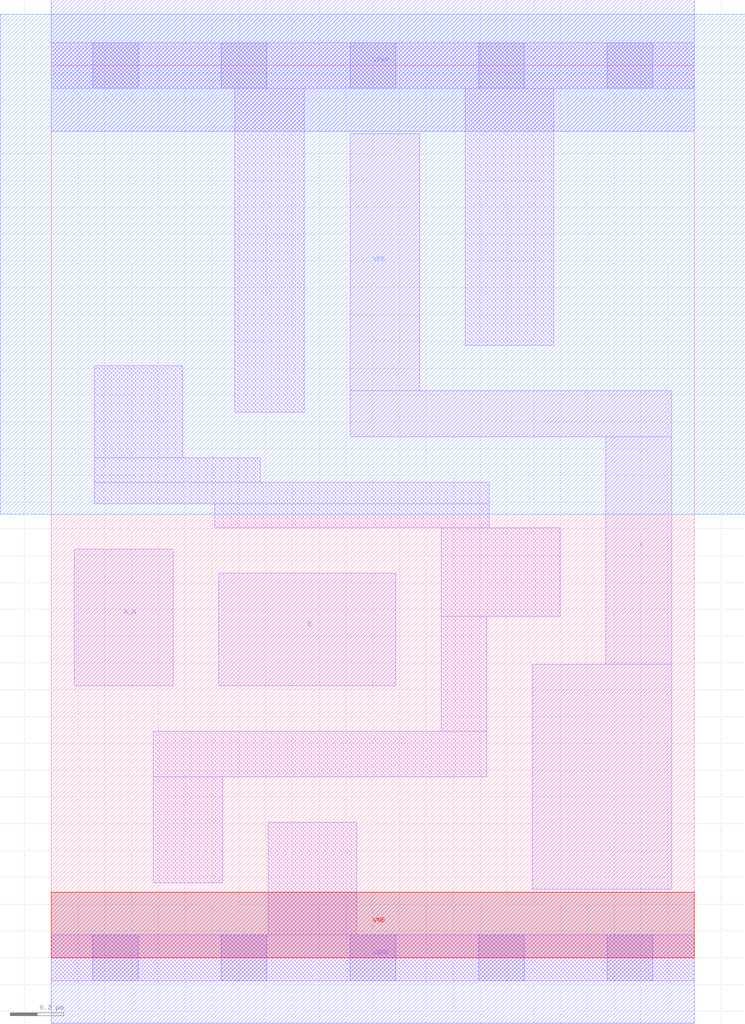
<source format=lef>
# Copyright 2020 The SkyWater PDK Authors
#
# Licensed under the Apache License, Version 2.0 (the "License");
# you may not use this file except in compliance with the License.
# You may obtain a copy of the License at
#
#     https://www.apache.org/licenses/LICENSE-2.0
#
# Unless required by applicable law or agreed to in writing, software
# distributed under the License is distributed on an "AS IS" BASIS,
# WITHOUT WARRANTIES OR CONDITIONS OF ANY KIND, either express or implied.
# See the License for the specific language governing permissions and
# limitations under the License.
#
# SPDX-License-Identifier: Apache-2.0

VERSION 5.7 ;
  NOWIREEXTENSIONATPIN ON ;
  DIVIDERCHAR "/" ;
  BUSBITCHARS "[]" ;
MACRO sky130_fd_sc_lp__nand2b_1
  CLASS CORE ;
  FOREIGN sky130_fd_sc_lp__nand2b_1 ;
  ORIGIN  0.000000  0.000000 ;
  SIZE  2.400000 BY  3.330000 ;
  SYMMETRY X Y R90 ;
  SITE unit ;
  PIN A_N
    ANTENNAGATEAREA  0.126000 ;
    DIRECTION INPUT ;
    USE SIGNAL ;
    PORT
      LAYER li1 ;
        RECT 0.085000 1.015000 0.455000 1.525000 ;
    END
  END A_N
  PIN B
    ANTENNAGATEAREA  0.315000 ;
    DIRECTION INPUT ;
    USE SIGNAL ;
    PORT
      LAYER li1 ;
        RECT 0.625000 1.015000 1.285000 1.435000 ;
    END
  END B
  PIN Y
    ANTENNADIFFAREA  0.638400 ;
    DIRECTION OUTPUT ;
    USE SIGNAL ;
    PORT
      LAYER li1 ;
        RECT 1.115000 1.945000 2.315000 2.115000 ;
        RECT 1.115000 2.115000 1.375000 3.075000 ;
        RECT 1.795000 0.255000 2.315000 1.095000 ;
        RECT 2.070000 1.095000 2.315000 1.945000 ;
    END
  END Y
  PIN VGND
    DIRECTION INOUT ;
    USE GROUND ;
    PORT
      LAYER met1 ;
        RECT 0.000000 -0.245000 2.400000 0.245000 ;
    END
  END VGND
  PIN VNB
    DIRECTION INOUT ;
    USE GROUND ;
    PORT
      LAYER pwell ;
        RECT 0.000000 0.000000 2.400000 0.245000 ;
    END
  END VNB
  PIN VPB
    DIRECTION INOUT ;
    USE POWER ;
    PORT
      LAYER nwell ;
        RECT -0.190000 1.655000 2.590000 3.520000 ;
    END
  END VPB
  PIN VPWR
    DIRECTION INOUT ;
    USE POWER ;
    PORT
      LAYER met1 ;
        RECT 0.000000 3.085000 2.400000 3.575000 ;
    END
  END VPWR
  OBS
    LAYER li1 ;
      RECT 0.000000 -0.085000 2.400000 0.085000 ;
      RECT 0.000000  3.245000 2.400000 3.415000 ;
      RECT 0.160000  1.695000 1.635000 1.775000 ;
      RECT 0.160000  1.775000 0.780000 1.865000 ;
      RECT 0.160000  1.865000 0.490000 2.210000 ;
      RECT 0.380000  0.280000 0.640000 0.675000 ;
      RECT 0.380000  0.675000 1.625000 0.845000 ;
      RECT 0.610000  1.605000 1.635000 1.695000 ;
      RECT 0.685000  2.035000 0.945000 3.245000 ;
      RECT 0.810000  0.085000 1.140000 0.505000 ;
      RECT 1.455000  0.845000 1.625000 1.275000 ;
      RECT 1.455000  1.275000 1.900000 1.605000 ;
      RECT 1.545000  2.285000 1.875000 3.245000 ;
    LAYER mcon ;
      RECT 0.155000 -0.085000 0.325000 0.085000 ;
      RECT 0.155000  3.245000 0.325000 3.415000 ;
      RECT 0.635000 -0.085000 0.805000 0.085000 ;
      RECT 0.635000  3.245000 0.805000 3.415000 ;
      RECT 1.115000 -0.085000 1.285000 0.085000 ;
      RECT 1.115000  3.245000 1.285000 3.415000 ;
      RECT 1.595000 -0.085000 1.765000 0.085000 ;
      RECT 1.595000  3.245000 1.765000 3.415000 ;
      RECT 2.075000 -0.085000 2.245000 0.085000 ;
      RECT 2.075000  3.245000 2.245000 3.415000 ;
  END
END sky130_fd_sc_lp__nand2b_1
END LIBRARY

</source>
